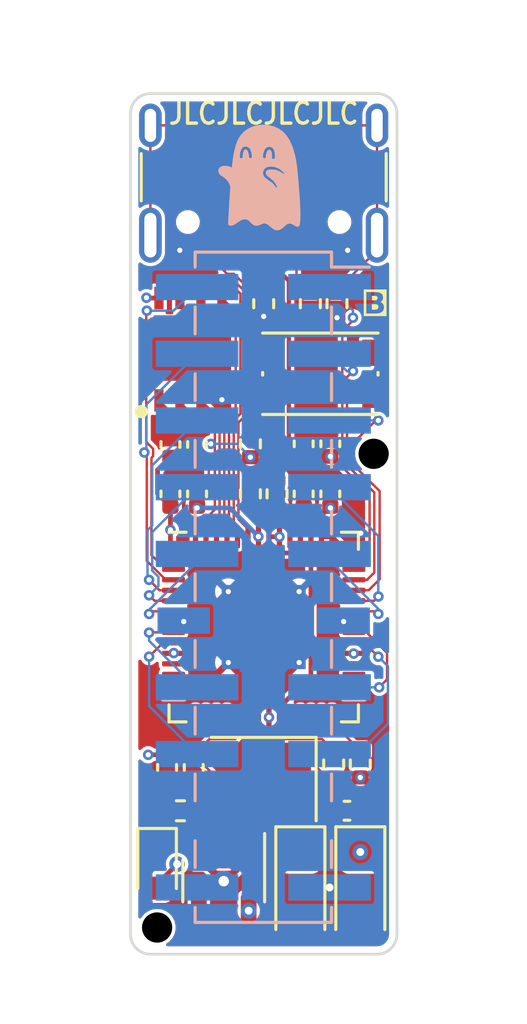
<source format=kicad_pcb>
(kicad_pcb (version 20221018) (generator pcbnew)
  (layers (0 "F.Cu" signal) (1 "In1.Cu" signal) (2 "In2.Cu" signal) (31 "B.Cu" signal) (34 "B.Paste" user) (35 "F.Paste" user) (36 "B.SilkS" user "B.Silkscreen") (37 "F.SilkS" user "F.Silkscreen") (38 "B.Mask" user) (39 "F.Mask" user) (44 "Edge.Cuts" user))
  (net 0 "")
  (net 1 "+1V1")
  (net 2 "GND")
  (net 3 "+3V3")
  (net 4 "/XIN")
  (net 5 "Net-(C19-Pad1)")
  (net 6 "Net-(D3-K)")
  (net 7 "/USB_D-")
  (net 8 "/USB_D+")
  (net 9 "Net-(J1-CC1)")
  (net 11 "Net-(J1-CC2)")
  (net 13 "Net-(J1-SHIELD)")
  (net 14 "/QSPI_SS")
  (net 15 "Net-(R7-Pad2)")
  (net 16 "/RUN")
  (net 17 "/XOUT")
  (net 18 "/GPIO0")
  (net 19 "/GPIO1")
  (net 20 "/GPIO2")
  (net 21 "/GPIO3")
  (net 22 "/GPIO4")
  (net 23 "/GPIO5")
  (net 24 "/GPIO6")
  (net 25 "/GPIO7")
  (net 26 "/GPIO8")
  (net 27 "/GPIO9")
  (net 28 "/GPIO10")
  (net 29 "/GPIO11")
  (net 30 "/GPIO12")
  (net 31 "/GPIO13")
  (net 32 "/GPIO14")
  (net 33 "/GPIO15")
  (net 34 "/SWCLK")
  (net 35 "/SWD")
  (net 36 "/GPIO16")
  (net 37 "/GPIO17")
  (net 38 "/GPIO18")
  (net 39 "/GPIO19")
  (net 40 "/GPIO20")
  (net 41 "/GPIO21")
  (net 42 "/GPIO22")
  (net 43 "/GPIO23")
  (net 44 "/GPIO24")
  (net 45 "/GPIO25")
  (net 46 "/GPIO26_ADC0")
  (net 47 "/GPIO27_ADC1")
  (net 48 "/GPIO28_ADC2")
  (net 49 "/GPIO29_ADC3")
  (net 50 "/QSPI_SD3")
  (net 51 "/QSPI_SCLK")
  (net 52 "/QSPI_SD0")
  (net 53 "/QSPI_SD2")
  (net 54 "/QSPI_SD1")
  (net 55 "VDD")
  (net 58 "Net-(U2-USB_DP)")
  (net 59 "Net-(U2-USB_DM)")
  (net 61 "Net-(J1-VBUS-PadA4)")
  (footprint "Capacitor_Tantalum_SMD:CP_EIA-3216-18_Kemet-A" (layer "F.Cu") (at 103.124 63.881 -90)
    (fp_text reference "C10" hide)
    (fp_text value "10u tantalum")
  )
  (footprint "Resistor_SMD:R_0402_1005Metric" (layer "F.Cu") (at 102.235 48.893 -90)
    (fp_text reference "R5" hide)
    (fp_text value "22")
  )
  (footprint "Capacitor_SMD:C_0402_1005Metric" (layer "F.Cu") (at 103.251 48.895 90)
    (fp_text reference "C12" hide)
    (fp_text value "1u")
  )
  (footprint "Capacitor_SMD:C_0402_1005Metric" (layer "F.Cu") (at 98.171 47.0154 90)
    (fp_text reference "C5" hide)
    (fp_text value "100n")
  )
  (footprint "Capacitor_SMD:C_0402_1005Metric" (layer "F.Cu") (at 99.06 59.309 -90)
    (fp_text reference "C18" hide)
    (fp_text value "27p")
  )
  (footprint "Package_TO_SOT_SMD:SOT-23-5" (layer "F.Cu") (at 100.203 63.627 -90)
    (fp_text reference "U1" hide)
    (fp_text value "AP2204K-3.3")
  )
  (footprint "Resistor_SMD:R_0402_1005Metric" (layer "F.Cu") (at 101.219 48.893 -90)
    (fp_text reference "R3" hide)
    (fp_text value "22")
  )
  (footprint "Resistor_SMD:R_0402_1005Metric" (layer "F.Cu") (at 101.727 41.656 -90)
    (fp_text reference "R2" hide)
    (fp_text value "5k1")
  )
  (footprint "Package_DFN_QFN:QFN-56-1EP_7x7mm_P0.4mm_EP3.2x3.2mm_ThermalVias" (layer "F.Cu") (at 101.727 53.9665)
    (fp_text reference "U2" hide)
    (fp_text value "RP2040")
  )
  (footprint "Pale Slim Ghost:SW_Push_1P1T_NO_CK_KMR2" (layer "F.Cu") (at 103.886 44.323)
    (fp_text reference "SW1" hide)
    (fp_text value "SW_Push")
  )
  (footprint "Capacitor_Tantalum_SMD:CP_EIA-3216-18_Kemet-A" (layer "F.Cu") (at 105.41 63.881 -90)
    (fp_text reference "C11" hide)
    (fp_text value "10u tantalum")
  )
  (footprint "Resistor_SMD:R_0402_1005Metric" (layer "F.Cu") (at 104.521 41.656 -90)
    (fp_text reference "R4" hide)
    (fp_text value "1M")
  )
  (footprint "Pale Slim Ghost:hole JLCPCB tooling" (layer "F.Cu") (at 97.663 65.405)
    (fp_text reference "H1" hide)
    (fp_text value "MountingHole")
  )
  (footprint "Capacitor_SMD:C_0402_1005Metric" (layer "F.Cu") (at 98.171 48.895 90)
    (fp_text reference "C3" hide)
    (fp_text value "100n")
  )
  (footprint "Resistor_SMD:R_0402_1005Metric" (layer "F.Cu") (at 105.41 59.182 90)
    (fp_text reference "R8" hide)
    (fp_text value "10k")
  )
  (footprint "Capacitor_SMD:C_0402_1005Metric" (layer "F.Cu") (at 104.267 48.895 90)
    (fp_text reference "C13" hide)
    (fp_text value "1u")
  )
  (footprint "Capacitor_SMD:C_0402_1005Metric" (layer "F.Cu") (at 99.187 48.895 90)
    (fp_text reference "C1" hide)
    (fp_text value "100n")
  )
  (footprint "Capacitor_SMD:C_0402_1005Metric" (layer "F.Cu") (at 98.044 59.309 -90)
    (fp_text reference "C4" hide)
    (fp_text value "100n")
  )
  (footprint "Pale Slim Ghost:hole JLCPCB tooling" (layer "F.Cu") (at 105.918 47.371)
    (fp_text reference "H2" hide)
    (fp_text value "MountingHole")
  )
  (footprint "Capacitor_SMD:C_0402_1005Metric" (layer "F.Cu") (at 104.267 46.99 90)
    (fp_text reference "C6" hide)
    (fp_text value "100n")
  )
  (footprint "Resistor_SMD:R_0402_1005Metric" (layer "F.Cu") (at 101.219 46.99 90)
    (fp_text reference "R7" hide)
    (fp_text value "1k")
  )
  (footprint "Crystal:Crystal_SMD_3225-4Pin_3.2x2.5mm" (layer "F.Cu") (at 101.727 59.817 180)
    (fp_text reference "Y1" hide)
    (fp_text value "Crystal_GND24")
  )
  (footprint "Resistor_SMD:R_0402_1005Metric" (layer "F.Cu") (at 104.394 59.182 -90)
    (fp_text reference "R9" hide)
    (fp_text value "1k")
  )
  (footprint "Pale Slim Ghost:SON80P400X400X50-9N" (layer "F.Cu") (at 98.933 43.389 90)
    (fp_text reference "U3" hide)
    (fp_text value "W25Q128JVS" hide)
  )
  (footprint "Connector_USB:USB_C_Receptacle_GCT_USB4105-xx-A_16P_TopMnt_Horizontal" (layer "F.Cu") (at 101.727 35.941 180)
    (fp_text reference "J1" hide)
    (fp_text value "USB_C_Receptacle_USB2.0")
  )
  (footprint "Capacitor_SMD:C_0402_1005Metric" (layer "F.Cu") (at 99.187 47.0154 90)
    (fp_text reference "C2" hide)
    (fp_text value "100n")
  )
  (footprint "Resistor_SMD:R_0402_1005Metric" (layer "F.Cu") (at 98.552 60.96 180)
    (fp_text reference "R10" hide)
    (fp_text value "330")
  )
  (footprint "Capacitor_SMD:C_0402_1005Metric" (layer "F.Cu") (at 103.251 46.99 90)
    (fp_text reference "C7" hide)
    (fp_text value "100n")
  )
  (footprint "Resistor_SMD:R_0402_1005Metric" (layer "F.Cu") (at 103.505 41.656 -90)
    (fp_text reference "R1" hide)
    (fp_text value "5k1")
  )
  (footprint "LED_SMD:LED_0603_1608Metric" (layer "F.Cu") (at 97.663 63.119 -90)
    (fp_text reference "D3" hide)
    (fp_text value "LED")
  )
  (footprint "Capacitor_SMD:C_0402_1005Metric" (layer "F.Cu") (at 104.902 60.96)
    (fp_text reference "C19" hide)
    (fp_text value "27p")
  )
  (footprint "Connector_PinHeader_2.54mm:PinHeader_2x10_P2.54mm_Vertical_SMD" (layer "B.Cu") (at 101.712 52.451 180)
    (fp_text reference "J2" hide)
    (fp_text value "Conn_02x10_Odd_Even")
  )
  (gr_poly (pts (xy 101.625466 34.870202) (xy 101.521297 34.882503) (xy 101.469767 34.892074) (xy 101.418763 34.903934) (xy 101.368401 34.918093) (xy 101.318797 34.934557) (xy 101.270067 34.953335) (xy 101.222327 34.974433) (xy 101.175695 34.99786) (xy 101.130287 35.023623) (xy 101.086218 35.051729) (xy 101.043606 35.082187) (xy 100.991738 35.124667) (xy 100.944221 35.170177) (xy 100.900814 35.218488) (xy 100.861274 35.26937) (xy 100.82536 35.322593) (xy 100.792831 35.377926) (xy 100.763445 35.43514) (xy 100.73696 35.494004) (xy 100.713135 35.554289) (xy 100.691728 35.615765) (xy 100.672497 35.678201) (xy 100.655202 35.741369) (xy 100.639599 35.805037) (xy 100.625448 35.868975) (xy 100.600535 35.996745) (xy 100.590219 36.056598) (xy 100.580924 36.116633) (xy 100.572505 36.176814) (xy 100.564816 36.237106) (xy 100.551049 36.357877) (xy 100.538463 36.478657) (xy 100.537203 36.490544) (xy 100.536096 36.500331) (xy 100.535132 36.508203) (xy 100.5343 36.514343) (xy 100.533592 36.518935) (xy 100.532997 36.522164) (xy 100.532505 36.524212) (xy 100.532295 36.524851) (xy 100.532107 36.525264) (xy 100.53194 36.525474) (xy 100.531792 36.525503) (xy 100.531663 36.525376) (xy 100.531552 36.525115) (xy 100.531375 36.524281) (xy 100.531253 36.523187) (xy 100.531108 36.519879) (xy 100.526432 36.515793) (xy 100.512242 36.505098) (xy 100.501505 36.498004) (xy 100.488298 36.490138) (xy 100.472593 36.481792) (xy 100.454359 36.47326) (xy 100.433565 36.464834) (xy 100.410182 36.456808) (xy 100.38418 36.449476) (xy 100.355528 36.443129) (xy 100.324196 36.438061) (xy 100.290154 36.434566) (xy 100.253372 36.432937) (xy 100.21382 36.433467) (xy 100.193866 36.434953) (xy 100.174961 36.437662) (xy 100.157115 36.441534) (xy 100.140336 36.446503) (xy 100.124637 36.452509) (xy 100.110026 36.459488) (xy 100.096514 36.467378) (xy 100.084111 36.476117) (xy 100.072827 36.485641) (xy 100.062672 36.495889) (xy 100.053657 36.506797) (xy 100.045792 36.518303) (xy 100.039087 36.530344) (xy 100.033551 36.542858) (xy 100.029196 36.555783) (xy 100.026031 36.569055) (xy 100.024066 36.582613) (xy 100.023312 36.596393) (xy 100.023779 36.610333) (xy 100.025477 36.62437) (xy 100.028416 36.638442) (xy 100.032606 36.652487) (xy 100.038057 36.666441) (xy 100.04478 36.680242) (xy 100.052785 36.693828) (xy 100.062081 36.707135) (xy 100.072679 36.720102) (xy 100.08459 36.732666) (xy 100.097823 36.744764) (xy 100.112388 36.756333) (xy 100.128296 36.767312) (xy 100.145557 36.777636) (xy 100.177464 36.796431) (xy 100.208213 36.816658) (xy 100.237738 36.838246) (xy 100.265971 36.861122) (xy 100.292847 36.885215) (xy 100.318298 36.910451) (xy 100.342257 36.93676) (xy 100.364657 36.964068) (xy 100.385432 36.992304) (xy 100.404514 37.021395) (xy 100.421838 37.051269) (xy 100.437335 37.081855) (xy 100.450939 37.113078) (xy 100.462584 37.144869) (xy 100.472201 37.177153) (xy 100.479726 37.20986) (xy 100.445991 37.712578) (xy 100.418045 38.168168) (xy 100.400765 38.500468) (xy 100.397649 38.596584) (xy 100.397738 38.622969) (xy 100.399028 38.633318) (xy 100.405902 38.639613) (xy 100.413191 38.645017) (xy 100.420865 38.649566) (xy 100.428895 38.653296) (xy 100.437252 38.656243) (xy 100.445909 38.658441) (xy 100.454835 38.659926) (xy 100.464002 38.660735) (xy 100.473381 38.660902) (xy 100.482943 38.660464) (xy 100.49266 38.659456) (xy 100.502502 38.657913) (xy 100.51244 38.655871) (xy 100.522446 38.653367) (xy 100.542545 38.64711) (xy 100.562567 38.639427) (xy 100.582282 38.630604) (xy 100.601459 38.620924) (xy 100.619866 38.610674) (xy 100.637273 38.600138) (xy 100.653448 38.5896) (xy 100.668161 38.579345) (xy 100.68118 38.569659) (xy 100.720819 38.539628) (xy 100.764554 38.508759) (xy 100.78782 38.493703) (xy 100.811946 38.479268) (xy 100.836877 38.465733) (xy 100.862558 38.453375) (xy 100.888934 38.44247) (xy 100.91595 38.433295) (xy 100.943552 38.426129) (xy 100.957555 38.423385) (xy 100.971685 38.421248) (xy 100.985933 38.419751) (xy 101.000293 38.418929) (xy 101.014759 38.418817) (xy 101.029323 38.41945) (xy 101.043978 38.420861) (xy 101.058719 38.423087) (xy 101.073537 38.426161) (xy 101.088426 38.430118) (xy 101.101833 38.434608) (xy 101.114734 38.439946) (xy 101.127168 38.446065) (xy 101.139173 38.452897) (xy 101.150789 38.460376) (xy 101.162052 38.468434) (xy 101.173003 38.477003) (xy 101.183679 38.486016) (xy 101.204363 38.505106) (xy 101.22441 38.525165) (xy 101.263832 38.566035) (xy 101.283822 38.585768) (xy 101.304409 38.604314) (xy 101.315023 38.612974) (xy 101.325901 38.621136) (xy 101.337083 38.628732) (xy 101.348607 38.635694) (xy 101.360512 38.641956) (xy 101.372835 38.647451) (xy 101.385616 38.652109) (xy 101.398893 38.655866) (xy 101.412705 38.658652) (xy 101.427089 38.660401) (xy 101.442085 38.661045) (xy 101.457732 38.660517) (xy 101.474347 38.658931) (xy 101.490378 38.656615) (xy 101.505864 38.653644) (xy 101.520845 38.650097) (xy 101.535362 38.646048) (xy 101.549455 38.641575) (xy 101.57653 38.631661) (xy 101.627365 38.610106) (xy 101.651769 38.599687) (xy 101.675927 38.590323) (xy 101.700161 38.582627) (xy 101.712407 38.579595) (xy 101.724794 38.577209) (xy 101.73736 38.575545) (xy 101.750147 38.574681) (xy 101.763195 38.574692) (xy 101.776544 38.575656) (xy 101.790234 38.577647) (xy 101.804305 38.580744) (xy 101.818799 38.585022) (xy 101.833754 38.590558) (xy 101.849212 38.597428) (xy 101.865213 38.605709) (xy 101.881797 38.615477) (xy 101.899004 38.626809) (xy 101.930141 38.649532) (xy 101.959903 38.673124) (xy 102.016414 38.720715) (xy 102.04372 38.743616) (xy 102.070764 38.765188) (xy 102.097826 38.784882) (xy 102.125183 38.802149) (xy 102.139059 38.8097) (xy 102.153114 38.816439) (xy 102.167382 38.822296) (xy 102.181898 38.827203) (xy 102.196697 38.831092) (xy 102.211813 38.833892) (xy 102.227283 38.835537) (xy 102.243139 38.835957) (xy 102.259417 38.835084) (xy 102.276153 38.832849) (xy 102.29338 38.829183) (xy 102.311134 38.824017) (xy 102.329449 38.817284) (xy 102.348361 38.808913) (xy 102.367904 38.798838) (xy 102.388112 38.786988) (xy 102.401009 38.77866) (xy 102.413526 38.769963) (xy 102.437561 38.751661) (xy 102.460486 38.732484) (xy 102.482572 38.712837) (xy 102.525306 38.673743) (xy 102.546494 38.655103) (xy 102.567923 38.637604) (xy 102.589863 38.621651) (xy 102.601109 38.614381) (xy 102.612584 38.607647) (xy 102.624322 38.601502) (xy 102.636357 38.595995) (xy 102.648721 38.591176) (xy 102.66145 38.587097) (xy 102.674577 38.583807) (xy 102.688135 38.581358) (xy 102.702158 38.579799) (xy 102.716681 38.57918) (xy 102.731736 38.579553) (xy 102.747358 38.580967) (xy 102.76358 38.583473) (xy 102.780437 38.587122) (xy 102.785752 38.58873) (xy 102.791737 38.59106) (xy 102.805533 38.597634) (xy 102.821462 38.606338) (xy 102.839161 38.616666) (xy 102.878414 38.640168) (xy 102.899242 38.652329) (xy 102.920388 38.664089) (xy 102.941488 38.674941) (xy 102.962178 38.684379) (xy 102.982097 38.691896) (xy 102.991653 38.694776) (xy 103.000881 38.696987) (xy 103.009733 38.698464) (xy 103.018166 38.699144) (xy 103.026134 38.698964) (xy 103.03359 38.697862) (xy 103.040491 38.695773) (xy 103.04679 38.692634) (xy 103.052442 38.688382) (xy 103.057402 38.682954) (xy 103.071323 38.654989) (xy 103.082486 38.611807) (xy 103.091012 38.554231) (xy 103.09702 38.483084) (xy 103.101965 38.303368) (xy 103.09828 38.079241) (xy 103.086926 37.817287) (xy 103.068862 37.524089) (xy 103.016445 36.870294) (xy 102.999447 36.688345) (xy 102.542642 36.688345) (xy 102.486535 36.74845) (xy 102.479788 36.741696) (xy 102.471883 36.734531) (xy 102.462888 36.727011) (xy 102.452874 36.719191) (xy 102.441909 36.711126) (xy 102.430062 36.702874) (xy 102.403996 36.686027) (xy 102.37523 36.669097) (xy 102.344313 36.65253) (xy 102.328221 36.644523) (xy 102.311798 36.636774) (xy 102.295113 36.629338) (xy 102.278235 36.622273) (xy 102.220544 36.598995) (xy 102.207875 36.594421) (xy 102.195231 36.590317) (xy 102.182276 36.58667) (xy 102.16867 36.583465) (xy 102.154078 36.58069) (xy 102.138161 36.578329) (xy 102.120581 36.57637) (xy 102.101 36.574798) (xy 102.079082 36.573599) (xy 102.054487 36.57276) (xy 101.995921 36.572106) (xy 101.980089 36.572357) (xy 101.965318 36.573095) (xy 101.95157 36.574291) (xy 101.93881 36.575919) (xy 101.927 36.577953) (xy 101.916104 36.580366) (xy 101.906085 36.58313) (xy 101.896907 36.586219) (xy 101.888533 36.589607) (xy 101.880927 36.593266) (xy 101.874052 36.597171) (xy 101.867871 36.601293) (xy 101.862348 36.605607) (xy 101.857447 36.610085) (xy 101.853131 36.614701) (xy 101.849362 36.619428) (xy 101.846106 36.62424) (xy 101.843324 36.629109) (xy 101.840982 36.634009) (xy 101.839041 36.638913) (xy 101.837465 36.643795) (xy 101.836218 36.648627) (xy 101.835264 36.653383) (xy 101.834565 36.658036) (xy 101.833789 36.666926) (xy 101.833596 36.675084) (xy 101.833793 36.688345) (xy 101.833914 36.691116) (xy 101.834269 36.694026) (xy 101.834851 36.697064) (xy 101.835651 36.700221) (xy 101.837871 36.706852) (xy 101.840861 36.713842) (xy 101.844551 36.721112) (xy 101.848874 36.728585) (xy 101.853761 36.736183) (xy 101.859143 36.743829) (xy 101.864952 36.751444) (xy 101.871121 36.758951) (xy 101.877579 36.766272) (xy 101.884259 36.77333) (xy 101.891093 36.780046) (xy 101.898012 36.786343) (xy 101.904947 36.792144) (xy 101.91183 36.79737) (xy 101.937866 36.816031) (xy 101.951002 36.825601) (xy 101.965191 36.836201) (xy 101.981162 36.848486) (xy 101.999645 36.863108) (xy 102.021371 36.880721) (xy 102.047069 36.901978) (xy 102.060657 36.913619) (xy 102.073515 36.925228) (xy 102.085674 36.936781) (xy 102.097165 36.948252) (xy 102.108019 36.959617) (xy 102.118266 36.970851) (xy 102.12794 36.981929) (xy 102.137069 36.992827) (xy 102.145687 37.00352) (xy 102.153823 37.013983) (xy 102.168775 37.034119) (xy 102.182176 37.053039) (xy 102.194273 37.070544) (xy 102.202205 37.082731) (xy 102.210628 37.096983) (xy 102.219541 37.1133) (xy 102.228945 37.131681) (xy 102.23884 37.152128) (xy 102.249226 37.174639) (xy 102.260103 37.199216) (xy 102.271471 37.225857) (xy 102.201652 37.270489) (xy 102.155872 37.212038) (xy 102.108344 37.151814) (xy 102.091266 37.130489) (xy 102.075807 37.11195) (xy 102.068435 37.103539) (xy 102.061171 37.095602) (xy 102.053915 37.088064) (xy 102.046567 37.080851) (xy 102.039028 37.073889) (xy 102.0312 37.067102) (xy 102.022983 37.060418) (xy 102.014278 37.053762) (xy 102.004986 37.047059) (xy 101.995008 37.040234) (xy 101.984244 37.033215) (xy 101.972596 37.025926) (xy 101.947611 37.010323) (xy 101.921467 36.99345) (xy 101.89463 36.975524) (xy 101.867572 36.956764) (xy 101.840761 36.937386) (xy 101.814666 36.917606) (xy 101.789756 36.897643) (xy 101.766502 36.877713) (xy 101.761011 36.872604) (xy 101.755676 36.867211) (xy 101.745478 36.855653) (xy 101.735916 36.843196) (xy 101.727 36.83) (xy 101.718742 36.816224) (xy 101.711149 36.802026) (xy 101.704233 36.787566) (xy 101.698003 36.773002) (xy 101.692469 36.758493) (xy 101.68764 36.744198) (xy 101.683528 36.730276) (xy 101.680141 36.716885) (xy 101.677489 36.704185) (xy 101.675583 36.692335) (xy 101.674432 36.681492) (xy 101.674046 36.671816) (xy 101.674422 36.662266) (xy 101.675568 36.651767) (xy 101.677511 36.640434) (xy 101.680276 36.628377) (xy 101.68389 36.61571) (xy 101.68838 36.602544) (xy 101.693772 36.588993) (xy 101.700091 36.575169) (xy 101.707366 36.561184) (xy 101.715621 36.547151) (xy 101.724883 36.533181) (xy 101.735179 36.519388) (xy 101.746535 36.505885) (xy 101.758977 36.492782) (xy 101.772532 36.480193) (xy 101.779735 36.474127) (xy 101.787226 36.468231) (xy 101.79942 36.459557) (xy 101.811893 36.451795) (xy 101.824568 36.444895) (xy 101.837367 36.438809) (xy 101.850215 36.433488) (xy 101.863033 36.428885) (xy 101.875744 36.42495) (xy 101.888271 36.421635) (xy 101.900537 36.418892) (xy 101.912464 36.416672) (xy 101.923976 36.414926) (xy 101.934994 36.413607) (xy 101.945443 36.412665) (xy 101.955244 36.412052) (xy 101.972596 36.41162) (xy 102.001113 36.411959) (xy 102.027739 36.412949) (xy 102.052609 36.414554) (xy 102.07586 36.416737) (xy 102.097628 36.41946) (xy 102.118049 36.422687) (xy 102.137261 36.426381) (xy 102.155399 36.430504) (xy 102.1726 36.435019) (xy 102.189001 36.43989) (xy 102.204738 36.445079) (xy 102.219947 36.450549) (xy 102.249328 36.462185) (xy 102.278235 36.4745) (xy 102.293345 36.48162) (xy 102.309513 36.490316) (xy 102.326553 36.50043) (xy 102.34428 36.511801) (xy 102.362507 36.524272) (xy 102.381046 36.537681) (xy 102.399712 36.55187) (xy 102.418319 36.566679) (xy 102.436679 36.581948) (xy 102.454606 36.597519) (xy 102.471914 36.613232) (xy 102.488417 36.628928) (xy 102.503927 36.644446) (xy 102.518259 36.659628) (xy 102.531226 36.674314) (xy 102.542642 36.688345) (xy 102.999447 36.688345) (xy 102.997192 36.664201) (xy 102.973228 36.449968) (xy 102.958486 36.341152) (xy 102.941372 36.231923) (xy 102.92149 36.122823) (xy 102.902983 36.035761) (xy 102.178261 36.035761) (xy 102.177548 36.065432) (xy 102.175962 36.095087) (xy 102.175584 36.099155) (xy 102.175006 36.103156) (xy 102.174235 36.107086) (xy 102.173275 36.110939) (xy 102.172132 36.11471) (xy 102.170811 36.118396) (xy 102.169317 36.121992) (xy 102.167656 36.125492) (xy 102.165833 36.128893) (xy 102.163853 36.13219) (xy 102.161722 36.135377) (xy 102.159445 36.138451) (xy 102.157028 36.141407) (xy 102.154474 36.14424) (xy 102.151791 36.146945) (xy 102.148983 36.149519) (xy 102.146056 36.151955) (xy 102.143014 36.15425) (xy 102.139863 36.156399) (xy 102.136609 36.158397) (xy 102.133257 36.16024) (xy 102.129812 36.161923) (xy 102.126279 36.163441) (xy 102.122663 36.16479) (xy 102.118971 36.165965) (xy 102.115207 36.166961) (xy 102.111377 36.167775) (xy 102.107486 36.1684) (xy 102.103539 36.168833) (xy 102.099542 36.169069) (xy 102.095499 36.169103) (xy 102.091417 36.168931) (xy 102.087349 36.168552) (xy 102.083347 36.167975) (xy 102.079418 36.167203) (xy 102.075565 36.166243) (xy 102.071793 36.1651) (xy 102.068107 36.163779) (xy 102.064512 36.162285) (xy 102.061011 36.160624) (xy 102.05761 36.158801) (xy 102.054314 36.156822) (xy 102.051126 36.154691) (xy 102.048052 36.152414) (xy 102.045097 36.149996) (xy 102.042264 36.147443) (xy 102.039558 36.14476) (xy 102.036985 36.141952) (xy 102.034549 36.139024) (xy 102.032254 36.135982) (xy 102.030105 36.132832) (xy 102.028107 36.129578) (xy 102.026264 36.126225) (xy 102.024581 36.12278) (xy 102.023063 36.119247) (xy 102.021714 36.115632) (xy 102.020539 36.11194) (xy 102.019542 36.108176) (xy 102.018729 36.104346) (xy 102.018104 36.100455) (xy 102.017671 36.096508) (xy 102.017435 36.09251) (xy 102.017401 36.088468) (xy 102.017573 36.084386) (xy 102.018988 36.057319) (xy 102.019532 36.031124) (xy 102.019221 36.005912) (xy 102.018073 35.981793) (xy 102.016105 35.958879) (xy 102.014818 35.947908) (xy 102.013332 35.93728) (xy 102.011649 35.927008) (xy 102.009772 35.917107) (xy 102.007702 35.90759) (xy 102.005442 35.898471) (xy 102.002993 35.889765) (xy 102.000358 35.881484) (xy 101.997538 35.873642) (xy 101.994537 35.866255) (xy 101.991355 35.859334) (xy 101.987996 35.852895) (xy 101.98446 35.846951) (xy 101.980751 35.841516) (xy 101.97687 35.836604) (xy 101.972819 35.832229) (xy 101.968601 35.828404) (xy 101.964218 35.825143) (xy 101.959671 35.822461) (xy 101.954963 35.820371) (xy 101.950095 35.818887) (xy 101.945071 35.818023) (xy 101.93981 35.817832) (xy 101.934557 35.818381) (xy 101.929322 35.819644) (xy 101.924117 35.821598) (xy 101.918951 35.824222) (xy 101.913835 35.82749) (xy 101.90878 35.831381) (xy 101.903795 35.835871) (xy 101.894079 35.846556) (xy 101.88477 35.859357) (xy 101.875953 35.874091) (xy 101.867711 35.890571) (xy 101.860126 35.908613) (xy 101.853282 35.928029) (xy 101.847262 35.948636) (xy 101.84215 35.970247) (xy 101.83803 35.992676) (xy 101.834983 36.015739) (xy 101.833094 36.039249) (xy 101.832446 36.063021) (xy 101.832342 36.067106) (xy 101.832036 36.071137) (xy 101.831531 36.075109) (xy 101.830833 36.079018) (xy 101.829947 36.082858) (xy 101.828877 36.086625) (xy 101.827629 36.090313) (xy 101.826208 36.093918) (xy 101.824618 36.097434) (xy 101.822866 36.100856) (xy 101.820954 36.10418) (xy 101.81889 36.107401) (xy 101.816677 36.110513) (xy 101.81432 36.113511) (xy 101.811826 36.116391) (xy 101.809197 36.119148) (xy 101.806441 36.121776) (xy 101.803561 36.124271) (xy 101.800562 36.126627) (xy 101.79745 36.12884) (xy 101.79423 36.130905) (xy 101.790906 36.132816) (xy 101.787483 36.134569) (xy 101.783967 36.136159) (xy 101.780363 36.13758) (xy 101.776674 36.138828) (xy 101.772908 36.139897) (xy 101.769068 36.140784) (xy 101.765159 36.141482) (xy 101.761186 36.141987) (xy 101.757155 36.142293) (xy 101.753071 36.142396) (xy 101.748986 36.142293) (xy 101.744955 36.141987) (xy 101.740983 36.141482) (xy 101.737074 36.140784) (xy 101.733234 36.139897) (xy 101.729467 36.138828) (xy 101.725779 36.13758) (xy 101.722174 36.136159) (xy 101.718658 36.134569) (xy 101.715236 36.132816) (xy 101.711912 36.130905) (xy 101.708691 36.12884) (xy 101.705579 36.126627) (xy 101.702581 36.124271) (xy 101.699701 36.121776) (xy 101.696944 36.119148) (xy 101.694316 36.116391) (xy 101.691821 36.113511) (xy 101.689465 36.110513) (xy 101.687252 36.107401) (xy 101.685187 36.10418) (xy 101.683276 36.100856) (xy 101.681523 36.097434) (xy 101.679933 36.093918) (xy 101.678512 36.090313) (xy 101.677264 36.086625) (xy 101.676195 36.082858) (xy 101.675308 36.079018) (xy 101.67461 36.075109) (xy 101.674105 36.071137) (xy 101.673799 36.067106) (xy 101.673696 36.063021) (xy 101.673752 36.061064) (xy 101.30009 36.061064) (xy 101.300011 36.065106) (xy 101.299731 36.0691) (xy 101.299254 36.073042) (xy 101.298586 36.076926) (xy 101.29773 36.080747) (xy 101.296692 36.0845) (xy 101.295476 36.088179) (xy 101.294087 36.091779) (xy 101.29253 36.095294) (xy 101.290809 36.098721) (xy 101.288929 36.102053) (xy 101.286895 36.105284) (xy 101.284711 36.108411) (xy 101.282383 36.111427) (xy 101.279914 36.114327) (xy 101.27731 36.117107) (xy 101.274575 36.11976) (xy 101.271714 36.122281) (xy 101.268731 36.124666) (xy 101.265632 36.126909) (xy 101.262421 36.129004) (xy 101.259103 36.130947) (xy 101.255682 36.132732) (xy 101.252163 36.134354) (xy 101.248552 36.135808) (xy 101.244851 36.137088) (xy 101.241067 36.13819) (xy 101.237204 36.139107) (xy 101.233266 36.139835) (xy 101.229259 36.140368) (xy 101.225186 36.140701) (xy 101.221102 36.140828) (xy 101.217061 36.140749) (xy 101.213066 36.140469) (xy 101.209124 36.139992) (xy 101.20524 36.139324) (xy 101.201419 36.138468) (xy 101.197667 36.13743) (xy 101.193988 36.136214) (xy 101.190388 36.134825) (xy 101.186872 36.133268) (xy 101.183445 36.131547) (xy 101.180114 36.129667) (xy 101.176882 36.127633) (xy 101.173755 36.125449) (xy 101.170739 36.12312) (xy 101.167839 36.120652) (xy 101.16506 36.118047) (xy 101.162407 36.115312) (xy 101.159885 36.112451) (xy 101.1575 36.109469) (xy 101.155257 36.10637) (xy 101.153162 36.103159) (xy 101.151219 36.099841) (xy 101.149434 36.09642) (xy 101.147812 36.092901) (xy 101.146358 36.089289) (xy 101.145078 36.085589) (xy 101.143977 36.081805) (xy 101.143059 36.077941) (xy 101.142332 36.074004) (xy 101.141799 36.069996) (xy 101.141465 36.065924) (xy 101.140562 36.051964) (xy 101.139445 36.038249) (xy 101.13812 36.024794) (xy 101.136591 36.011611) (xy 101.134865 35.998713) (xy 101.132947 35.986114) (xy 101.130841 35.973828) (xy 101.128553 35.961867) (xy 101.12609 35.950245) (xy 101.123455 35.938976) (xy 101.120654 35.928072) (xy 101.117694 35.917547) (xy 101.114578 35.907414) (xy 101.111313 35.897686) (xy 101.107903 35.888377) (xy 101.104354 35.879501) (xy 101.100672 35.87107) (xy 101.096861 35.863098) (xy 101.092928 35.855598) (xy 101.088877 35.848583) (xy 101.084714 35.842067) (xy 101.080444 35.836064) (xy 101.076072 35.830585) (xy 101.071604 35.825646) (xy 101.067046 35.821258) (xy 101.062402 35.817436) (xy 101.057677 35.814193) (xy 101.052878 35.811541) (xy 101.04801 35.809495) (xy 101.043077 35.808068) (xy 101.038086 35.807273) (xy 101.033041 35.807123) (xy 101.028748 35.807683) (xy 101.024485 35.809042) (xy 101.02026 35.811168) (xy 101.016082 35.814028) (xy 101.011957 35.817592) (xy 101.007893 35.821826) (xy 100.999981 35.832178) (xy 100.992406 35.84483) (xy 100.98523 35.859526) (xy 100.978514 35.87601) (xy 100.97232 35.894027) (xy 100.96671 35.913319) (xy 100.961745 35.933633) (xy 100.957487 35.954711) (xy 100.953996 35.976299) (xy 100.951335 35.99814) (xy 100.949565 36.019979) (xy 100.948747 36.041559) (xy 100.948943 36.062626) (xy 100.948983 36.066712) (xy 100.948817 36.070751) (xy 100.948451 36.074739) (xy 100.94789 36.07867) (xy 100.947138 36.082538) (xy 100.946201 36.08634) (xy 100.945082 36.090069) (xy 100.943788 36.093721) (xy 100.942322 36.097291) (xy 100.94069 36.100772) (xy 100.938895 36.104161) (xy 100.936944 36.107452) (xy 100.934841 36.110639) (xy 100.932591 36.113718) (xy 100.930198 36.116683) (xy 100.927668 36.11953) (xy 100.925005 36.122253) (xy 100.922213 36.124847) (xy 100.919299 36.127306) (xy 100.916266 36.129626) (xy 100.91312 36.131802) (xy 100.909864 36.133828) (xy 100.906505 36.1357) (xy 100.903047 36.137411) (xy 100.899494 36.138957) (xy 100.895852 36.140333) (xy 100.892125 36.141533) (xy 100.888318 36.142553) (xy 100.884436 36.143387) (xy 100.880483 36.14403) (xy 100.876466 36.144477) (xy 100.872387 36.144723) (xy 100.868301 36.144762) (xy 100.864262 36.144597) (xy 100.860274 36.144231) (xy 100.856344 36.14367) (xy 100.852475 36.142918) (xy 100.848673 36.14198) (xy 100.844944 36.140862) (xy 100.841292 36.139567) (xy 100.837722 36.138102) (xy 100.834241 36.136469) (xy 100.830852 36.134675) (xy 100.827562 36.132724) (xy 100.824374 36.130621) (xy 100.821295 36.128371) (xy 100.81833 36.125978) (xy 100.815483 36.123448) (xy 100.81276 36.120784) (xy 100.810167 36.117993) (xy 100.807707 36.115079) (xy 100.805387 36.112046) (xy 100.803211 36.108899) (xy 100.801185 36.105644) (xy 100.799313 36.102285) (xy 100.797602 36.098826) (xy 100.796056 36.095274) (xy 100.79468 36.091631) (xy 100.79348 36.087904) (xy 100.79246 36.084097) (xy 100.791626 36.080215) (xy 100.790983 36.076263) (xy 100.790536 36.072245) (xy 100.79029 36.068167) (xy 100.790096 36.045951) (xy 100.790967 36.021296) (xy 100.792908 35.994763) (xy 100.795921 35.966913) (xy 100.800009 35.938308) (xy 100.805175 35.909508) (xy 100.81142 35.881076) (xy 100.814949 35.867172) (xy 100.81875 35.853571) (xy 100.825721 35.831478) (xy 100.833421 35.810364) (xy 100.841866 35.790281) (xy 100.851075 35.771288) (xy 100.861064 35.753438) (xy 100.871851 35.736788) (xy 100.877549 35.72893) (xy 100.883454 35.721393) (xy 100.889567 35.714183) (xy 100.89589 35.707308) (xy 100.902427 35.700774) (xy 100.909178 35.694589) (xy 100.916146 35.68876) (xy 100.923334 35.683292) (xy 100.930744 35.678194) (xy 100.938377 35.673472) (xy 100.946236 35.669133) (xy 100.954324 35.665184) (xy 100.962641 35.661632) (xy 100.971192 35.658485) (xy 100.979977 35.655748) (xy 100.988999 35.653429) (xy 100.99826 35.651534) (xy 101.007763 35.650072) (xy 101.017509 35.649048) (xy 101.027501 35.648469) (xy 101.044431 35.648413) (xy 101.060733 35.649433) (xy 101.076416 35.651504) (xy 101.091487 35.654602) (xy 101.105956 35.6587) (xy 101.119831 35.663775) (xy 101.13312 35.669802) (xy 101.145833 35.676756) (xy 101.157976 35.684611) (xy 101.16956 35.693343) (xy 101.180593 35.702927) (xy 101.191082 35.713339) (xy 101.201037 35.724553) (xy 101.210466 35.736544) (xy 101.22778 35.76276) (xy 101.243093 35.791787) (xy 101.256472 35.823427) (xy 101.267986 35.857479) (xy 101.277703 35.893747) (xy 101.285691 35.932029) (xy 101.292019 35.972129) (xy 101.296753 36.013845) (xy 101.299963 36.05698) (xy 101.30009 36.061064) (xy 101.673752 36.061064) (xy 101.67483 36.023488) (xy 101.678232 35.984266) (xy 101.680782 35.96488) (xy 101.683897 35.9457) (xy 101.687577 35.92677) (xy 101.691823 35.908133) (xy 101.696632 35.889831) (xy 101.702006 35.871907) (xy 101.707943 35.854405) (xy 101.714443 35.837367) (xy 101.721506 35.820836) (xy 101.729131 35.804855) (xy 101.737318 35.789467) (xy 101.746066 35.774716) (xy 101.755376 35.760642) (xy 101.765246 35.747291) (xy 101.775677 35.734704) (xy 101.786667 35.722925) (xy 101.798217 35.711997) (xy 101.810326 35.701961) (xy 101.822994 35.692862) (xy 101.83622 35.684743) (xy 101.850004 35.677645) (xy 101.864345 35.671612) (xy 101.879243 35.666688) (xy 101.894698 35.662914) (xy 101.91071 35.660334) (xy 101.927277 35.658991) (xy 101.944399 35.658927) (xy 101.962077 35.660186) (xy 101.971981 35.661463) (xy 101.981632 35.663128) (xy 101.991031 35.665175) (xy 102.00018 35.667599) (xy 102.009079 35.670393) (xy 102.017731 35.673553) (xy 102.026138 35.677071) (xy 102.034299 35.680942) (xy 102.042217 35.685161) (xy 102.049894 35.689722) (xy 102.05733 35.694618) (xy 102.064528 35.699844) (xy 102.071489 35.705395) (xy 102.078214 35.711264) (xy 102.090962 35.723933) (xy 102.102784 35.737805) (xy 102.113693 35.752835) (xy 102.1237 35.768975) (xy 102.132816 35.786179) (xy 102.141054 35.8044) (xy 102.148426 35.823592) (xy 102.154942 35.843708) (xy 102.160615 35.864702) (xy 102.163714 35.87811) (xy 102.16649 35.891727) (xy 102.168951 35.905536) (xy 102.171105 35.91952) (xy 102.174525 35.947951) (xy 102.176815 35.976889) (xy 102.178039 36.006203) (xy 102.178261 36.035761) (xy 102.902983 36.035761) (xy 102.898441 36.014393) (xy 102.871827 35.907173) (xy 102.841251 35.801705) (xy 102.806316 35.698528) (xy 102.766622 35.598185) (xy 102.721773 35.501216) (xy 102.67137 35.408162) (xy 102.615016 35.319564) (xy 102.552313 35.235962) (xy 102.518668 35.197076) (xy 102.482989 35.160312) (xy 102.445391 35.125677) (xy 102.405991 35.093181) (xy 102.364905 35.06283) (xy 102.32225 35.034633) (xy 102.278142 35.008595) (xy 102.232698 34.984727) (xy 102.186033 34.963034) (xy 102.138264 34.943524) (xy 102.089508 34.926206) (xy 102.039881 34.911087) (xy 101.938478 34.887474) (xy 101.834988 34.872749) (xy 101.73034 34.866971)) (stroke (width 0.052916)) (fill solid) (layer "B.SilkS"))
  (gr_arc (start 106.807 65.659) (mid 106.583815 66.197815) (end 106.045 66.421) (stroke (width 0.1)) (layer "Edge.Cuts"))
  (gr_line (start 106.045 66.421) (end 97.409 66.421) (stroke (width 0.1)) (layer "Edge.Cuts"))
  (gr_arc (start 106.045 33.655) (mid 106.583815 33.878185) (end 106.807 34.417) (stroke (width 0.1)) (layer "Edge.Cuts"))
  (gr_line (start 106.807 34.417) (end 106.807 65.659) (stroke (width 0.1)) (layer "Edge.Cuts"))
  (gr_arc (start 97.409 66.421) (mid 96.870185 66.197815) (end 96.647 65.659) (stroke (width 0.1)) (layer "Edge.Cuts"))
  (gr_arc (start 96.647 34.417) (mid 96.870185 33.878185) (end 97.409 33.655) (stroke (width 0.1)) (layer "Edge.Cuts"))
  (gr_line (start 97.409 33.655) (end 106.045 33.655) (stroke (width 0.1)) (layer "Edge.Cuts"))
  (gr_line (start 96.647 65.659) (end 96.647 34.417) (stroke (width 0.1)) (layer "Edge.Cuts"))
  (gr_text "B" (at 105.537 42.164) (layer "F.SilkS" knockout) (effects (font (size 0.8 0.8) (thickness 0.2) bold) (justify left bottom)))
  (gr_text "JLCJLCJLCJLC" (at 101.727 34.417) (layer "F.SilkS") (effects (font (size 0.8 0.7) (thickness 0.13))))
  (segment (start 101.527 50.5238) (end 101.5238 50.5206) (width 0.18) (layer "F.Cu") (net 1))
  (segment (start 101.527 50.529) (end 101.527 50.5238) (width 0.18) (layer "F.Cu") (net 1))
  (segment (start 102.327 57.026598) (end 102.327 57.404) (width 0.18) (layer "F.Cu") (net 1))
  (segment (start 103.527 55.826598) (end 102.327 57.026598) (width 0.18) (layer "F.Cu") (net 1))
  (segment (start 101.527 50.891769) (end 101.781731 51.1465) (width 0.18) (layer "F.Cu") (net 1))
  (segment (start 103.527 49.651) (end 103.527 50.529) (width 0.18) (layer "F.Cu") (net 1))
  (segment (start 101.527 50.529) (end 101.527 50.891769) (width 0.18) (layer "F.Cu") (net 1))
  (segment (start 99.632 47.9404) (end 99.187 47.4954) (width 0.09) (layer "F.Cu") (net 1))
  (segment (start 99.187 49.375) (end 99.632 48.93) (width 0.09) (layer "F.Cu") (net 1))
  (segment (start 103.527 50.891769) (end 103.527 50.529) (width 0.18) (layer "F.Cu") (net 1))
  (segment (start 103.272269 51.1465) (end 103.527 50.891769) (width 0.18) (layer "F.Cu") (net 1))
  (segment (start 103.527 50.529) (end 103.527 55.826598) (width 0.18) (layer "F.Cu") (net 1))
  (segment (start 99.632 48.93) (end 99.632 47.9404) (width 0.09) (layer "F.Cu") (net 1))
  (segment (start 103.251 49.375) (end 103.527 49.651) (width 0.18) (layer "F.Cu") (net 1))
  (segment (start 101.781731 51.1465) (end 103.272269 51.1465) (width 0.18) (layer "F.Cu") (net 1))
  (via (at 99.187 49.430502) (size 0.4) (drill 0.2) (layers "F.Cu" "B.Cu") (net 1))
  (via (at 101.5238 50.5206) (size 0.4) (drill 0.2) (layers "F.Cu" "B.Cu") (net 1))
  (segment (start 100.433702 49.430502) (end 101.5238 50.5206) (width 0.18) (layer "B.Cu") (net 1))
  (segment (start 99.187 49.430502) (end 100.433702 49.430502) (width 0.18) (layer "B.Cu") (net 1))
  (segment (start 100.133 45.311498) (end 100.133 45.339) (width 0.27) (layer "F.Cu") (net 2))
  (segment (start 101.727 42.166) (end 101.727 42.1386) (width 0.27) (layer "F.Cu") (net 2))
  (segment (start 104.521 42.166) (end 104.521 42.1894) (width 0.09) (layer "F.Cu") (net 2))
  (via (at 100.133 45.311498) (size 0.4) (drill 0.2) (layers "F.Cu" "B.Cu") (net 2))
  (via (at 101.727 42.1386) (size 0.4) (drill 0.2) (layers "F.Cu" "B.Cu") (net 2))
  (via (at 98.527 39.621) (size 0.4) (drill 0.2) (layers "F.Cu" "B.Cu") (net 2))
  (via (at 104.521 42.1894) (size 0.4) (drill 0.2) (layers "F.Cu" "B.Cu") (net 2))
  (via (at 105.4289 50.391498) (size 0.4) (drill 0.2) (layers "F.Cu" "B.Cu") (net 2))
  (via (at 104.927 39.621) (size 0.4) (drill 0.2) (layers "F.Cu" "B.Cu") (net 2))
  (segment (start 97.733 41.439) (end 97.2682 41.439) (width 0.18) (layer "F.Cu") (net 3))
  (segment (start 98.171 49.375) (end 98.171 50.2666) (width 0.18) (layer "F.Cu") (net 3))
  (segment (start 98.2895 54.9665) (end 98.2895 54.9645) (width 0.18) (layer "F.Cu") (net 3))
  (segment (start 97.681 48.885) (end 98.171 49.375) (width 0.18) (layer "F.Cu") (net 3))
  (segment (start 105.1645 54.9665) (end 105.1645 54.9685) (width 0.18) (layer "F.Cu") (net 3))
  (segment (start 98.2895 54.9645) (end 98.298 54.956) (width 0.18) (layer "F.Cu") (net 3))
  (segment (start 104.267 49.375) (end 104.267 49.430502) (width 0.18) (layer "F.Cu") (net 3))
  (segment (start 97.2682 41.439) (end 97.2566 41.4274) (width 0.18) (layer "F.Cu") (net 3))
  (segment (start 98.171 47.4954) (end 97.681 47.9854) (width 0.18) (layer "F.Cu") (net 3))
  (segment (start 103.251 47.47) (end 104.267 47.47) (width 0.18) (layer "F.Cu") (net 3))
  (segment (start 98.171 51.248) (end 98.171 50.2666) (width 0.18) (layer "F.Cu") (net 3))
  (segment (start 103.927 50.529) (end 104.327 50.529) (width 0.18) (layer "F.Cu") (net 3))
  (segment (start 103.927 49.715) (end 104.267 49.375) (width 0.18) (layer "F.Cu") (net 3))
  (segment (start 103.927 50.529) (end 103.927 49.715) (width 0.18) (layer "F.Cu") (net 3))
  (segment (start 105.1645 54.9685) (end 105.156 54.977) (width 0.18) (layer "F.Cu") (net 3))
  (segment (start 104.327 50.529) (end 105.1645 51.3665) (width 0.18) (layer "F.Cu") (net 3))
  (segment (start 97.322498 58.829) (end 98.044 58.829) (width 0.18) (layer "F.Cu") (net 3))
  (segment (start 97.663 63.753498) (end 98.425 62.991498) (width 0.18) (layer "F.Cu") (net 3))
  (segment (start 97.681 47.9854) (end 97.681 48.885) (width 0.18) (layer "F.Cu") (net 3))
  (segment (start 97.663 63.9065) (end 97.663 63.753498) (width 0.18) (layer "F.Cu") (net 3))
  (segment (start 101.927 50.529) (end 102.327 50.529) (width 0.18) (layer "F.Cu") (net 3))
  (segment (start 98.2895 51.3665) (end 98.171 51.248) (width 0.18) (layer "F.Cu") (net 3))
  (via (at 102.327 50.529) (size 0.4) (drill 0.2) (layers "F.Cu" "B.Cu") (net 3))
  (via (at 97.322498 58.829) (size 0.4) (drill 0.2) (layers "F.Cu" "B.Cu") (net 3))
  (via (at 98.298 54.956) (size 0.4) (drill 0.2) (layers "F.Cu" "B.Cu") (net 3))
  (via (at 101.153 64.7645) (size 0.6) (drill 0.3) (layers "F.Cu" "B.Cu") (net 3))
  (via (at 98.425 62.991498) (size 0.6) (drill 0.3) (layers "F.Cu" "B.Cu") (net 3))
  (via (at 104.267 49.430502) (size 0.4) (drill 0.2) (layers "F.Cu" "B.Cu") (net 3))
  (via (at 105.156 54.977) (size 0.4) (drill 0.2) (layers "F.Cu" "B.Cu") (net 3))
  (via (at 101.927 57.404) (size 0.4) (drill 0.2) (layers "F.Cu" "B.Cu") (net 3))
  (via (at 104.237 63.881) (size 0.6) (drill 0.3) (layers "F.Cu" "B.Cu") (net 3))
  (via (at 104.267 47.47) (size 0.4) (drill 0.2) (layers "F.Cu" "B.Cu") (net 3))
  (via (at 97.2566 41.4274) (size 0.4) (drill 0.2) (layers "F.Cu" "B.Cu") (net 3))
  (via (at 98.171 50.2666) (size 0.4) (drill 0.2) (layers "F.Cu" "B.Cu") (net 3))
  (via (at 105.41 59.692) (size 0.4) (drill 0.2) (layers "F.Cu" "B.Cu") (net 3))
  (via (at 105.41 62.531) (size 0.6) (drill 0.3) (layers "F.Cu" "B.Cu") (net 3))
  (segment (start 100.645 58.232) (end 101.127 57.75) (width 0.09) (layer "F.Cu") (net 4))
  (segment (start 99.657 58.232) (end 100.645 58.232) (width 0.09) (layer "F.Cu") (net 4))
  (segment (start 99.792 59.832) (end 100.627 60.667) (width 0.09) (layer "F.Cu") (net 4))
  (segment (start 99.06 58.829) (end 99.792 59.561) (width 0.09) (layer "F.Cu") (net 4))
  (segment (start 101.127 57.75) (end 101.127 57.404) (width 0.09) (layer "F.Cu") (net 4))
  (segment (start 99.792 59.561) (end 99.792 59.832) (width 0.09) (layer "F.Cu") (net 4))
  (segment (start 99.06 58.829) (end 99.657 58.232) (width 0.09) (layer "F.Cu") (net 4))
  (segment (start 102.827 58.967) (end 103.415 58.967) (width 0.09) (layer "F.Cu") (net 5))
  (segment (start 104.392 60.93) (end 104.422 60.96) (width 0.09) (layer "F.Cu") (net 5))
  (segment (start 104.392 59.944) (end 104.392 60.93) (width 0.09) (layer "F.Cu") (net 5))
  (segment (start 103.415 58.967) (end 104.392 59.944) (width 0.09) (layer "F.Cu") (net 5))
  (segment (start 97.663 62.3315) (end 97.663 61.339) (width 0.09) (layer "F.Cu") (net 6))
  (segment (start 97.663 61.339) (end 98.042 60.96) (width 0.09) (layer "F.Cu") (net 6))
  (segment (start 102.298 38.875) (end 101.656 38.875) (width 0.162) (layer "F.Cu") (net 7))
  (segment (start 102.685183 40.784991) (end 102.685183 47.273199) (width 0.162) (layer "F.Cu") (net 7))
  (segment (start 102.235 47.723382) (end 102.235 48.383) (width 0.162) (layer "F.Cu") (net 7))
  (segment (start 101.477 39.054) (end 101.477 39.621) (width 0.162) (layer "F.Cu") (net 7))
  (segment (start 102.477 39.621) (end 102.477 39.054) (width 0.162) (layer "F.Cu") (net 7))
  (segment (start 102.353 40.17) (end 102.353 40.452808) (width 0.162) (layer "F.Cu") (net 7))
  (segment (start 102.477 40.046) (end 102.353 40.17) (width 0.162) (layer "F.Cu") (net 7))
  (segment (start 102.353 40.452808) (end 102.685183 40.784991) (width 0.162) (layer "F.Cu") (net 7))
  (segment (start 102.685183 47.273199) (end 102.235 47.723382) (width 0.162) (layer "F.Cu") (net 7))
  (segment (start 102.477 39.054) (end 102.298 38.875) (width 0.162) (layer "F.Cu") (net 7))
  (segment (start 101.656 38.875) (end 101.477 39.054) (width 0.162) (layer "F.Cu") (net 7))
  (segment (start 102.477 39.621) (end 102.477 40.046) (width 0.162) (layer "F.Cu") (net 7))
  (segment (start 101.156 40.367) (end 100.977 40.188) (width 0.162) (layer "F.Cu") (net 8))
  (segment (start 101.977 39.621) (end 101.977 40.136) (width 0.162) (layer "F.Cu") (net 8))
  (segment (start 102.433183 40.889375) (end 102.433183 47.168817) (width 0.162) (layer "F.Cu") (net 8))
  (segment (start 102.101 40.557192) (end 102.433183 40.889375) (width 0.162) (layer "F.Cu") (net 8))
  (segment (start 101.977 39.621) (end 101.977 40.046) (width 0.162) (layer "F.Cu") (net 8))
  (segment (start 102.101 40.17) (end 102.101 40.557192) (width 0.162) (layer "F.Cu") (net 8))
  (segment (start 101.977 40.046) (end 102.101 40.17) (width 0.162) (layer "F.Cu") (net 8))
  (segment (start 101.977 40.136) (end 101.746 40.367) (width 0.162) (layer "F.Cu") (net 8))
  (segment (start 100.977 40.188) (end 100.977 39.621) (width 0.162) (layer "F.Cu") (net 8))
  (segment (start 101.746 40.367) (end 101.156 40.367) (width 0.162) (layer "F.Cu") (net 8))
  (segment (start 102.433183 47.168817) (end 101.219 48.383) (width 0.162) (layer "F.Cu") (net 8))
  (segment (start 102.977 39.621) (end 102.977 40.618) (width 0.09) (layer "F.Cu") (net 9))
  (segment (start 102.977 40.618) (end 103.505 41.146) (width 0.09) (layer "F.Cu") (net 9))
  (segment (start 100.592118 40.519002) (end 101.219116 41.146) (width 0.09) (layer "F.Cu") (net 11))
  (segment (start 99.977 39.621) (end 99.977 40.166001) (width 0.09) (layer "F.Cu") (net 11))
  (segment (start 100.33 40.519001) (end 100.592118 40.519002) (width 0.09) (layer "F.Cu") (net 11))
  (segment (start 101.219116 41.146) (end 101.727 41.146) (width 0.09) (layer "F.Cu") (net 11))
  (segment (start 99.977 40.166001) (end 100.33 40.519001) (width 0.09) (layer "F.Cu") (net 11))
  (segment (start 97.407 34.866) (end 106.047 34.866) (width 0.09) (layer "F.Cu") (net 13))
  (segment (start 106.047 34.866) (end 106.047 39.046) (width 0.09) (layer "F.Cu") (net 13))
  (segment (start 106.047 39.62) (end 106.047 39.046) (width 0.09) (layer "F.Cu") (net 13))
  (segment (start 97.407 39.046) (end 97.407 34.866) (width 0.09) (layer "F.Cu") (net 13))
  (segment (start 104.521 41.146) (end 106.047 39.62) (width 0.09) (layer "F.Cu") (net 13))
  (segment (start 99.864001 49.492869) (end 99.127 50.22987) (width 0.09) (layer "F.Cu") (net 14))
  (segment (start 98.473 46.079) (end 99.545442 46.079) (width 0.09) (layer "F.Cu") (net 14))
  (segment (start 99.127 50.22987) (end 99.127 50.529) (width 0.09) (layer "F.Cu") (net 14))
  (segment (start 99.864001 46.397559) (end 99.864001 46.99) (width 0.09) (layer "F.Cu") (net 14))
  (segment (start 99.864001 46.99) (end 99.864001 49.492869) (width 0.09) (layer "F.Cu") (net 14))
  (segment (start 97.733 45.339) (end 98.473 46.079) (width 0.09) (layer "F.Cu") (net 14))
  (segment (start 99.864001 46.99) (end 99.709501 46.99) (width 0.09) (layer "F.Cu") (net 14))
  (segment (start 99.545442 46.079) (end 99.864001 46.397559) (width 0.09) (layer "F.Cu") (net 14))
  (via (at 99.709501 46.99) (size 0.4) (drill 0.2) (layers "F.Cu" "B.Cu") (net 14))
  (via (at 101.219 47.5) (size 0.4) (drill 0.2) (layers "F.Cu" "B.Cu") (net 14))
  (segment (start 100.709 46.99) (end 99.709501 46.99) (width 0.09) (layer "B.Cu") (net 14))
  (segment (start 100.709 46.99) (end 101.219 47.5) (width 0.09) (layer "B.Cu") (net 14))
  (segment (start 101.219 46.48) (end 101.736 45.963) (width 0.09) (layer "F.Cu") (net 15))
  (segment (start 101.736 45.963) (end 101.736 45.123) (width 0.09) (layer "F.Cu") (net 15))
  (segment (start 103.527 57.404) (end 103.527 57.934) (width 0.09) (layer "F.Cu") (net 16))
  (segment (start 104.79 58.052) (end 105.41 58.672) (width 0.09) (layer "F.Cu") (net 16))
  (segment (start 103.527 57.934) (end 103.645 58.052) (width 0.09) (layer "F.Cu") (net 16))
  (segment (start 103.645 58.052) (end 104.79 58.052) (width 0.09) (layer "F.Cu") (net 16))
  (segment (start 101.527 57.404) (end 101.527 57.70313) (width 0.09) (layer "F.Cu") (net 17))
  (segment (start 102.05587 58.232) (end 103.954 58.232) (width 0.09) (layer "F.Cu") (net 17))
  (segment (start 101.527 57.70313) (end 102.05587 58.232) (width 0.09) (layer "F.Cu") (net 17))
  (segment (start 103.954 58.232) (end 104.394 58.672) (width 0.09) (layer "F.Cu") (net 17))
  (segment (start 97.248 41.944854) (end 97.270676 41.922178) (width 0.09) (layer "F.Cu") (net 18))
  (segment (start 97.248 46.918338) (end 97.248 41.944854) (width 0.09) (layer "F.Cu") (net 18))
  (segment (start 97.448498 47.521564) (end 97.5111 47.458962) (width 0.09) (layer "F.Cu") (net 18))
  (segment (start 97.99037 51.7665) (end 97.448498 51.224628) (width 0.09) (layer "F.Cu") (net 18))
  (segment (start 97.448498 51.224628) (end 97.448498 47.521564) (width 0.09) (layer "F.Cu") (net 18))
  (segment (start 97.5111 47.458962) (end 97.5111 47.181438) (width 0.09) (layer "F.Cu") (net 18))
  (segment (start 98.2895 51.7665) (end 97.99037 51.7665) (width 0.09) (layer "F.Cu") (net 18))
  (segment (start 97.5111 47.181438) (end 97.248 46.918338) (width 0.09) (layer "F.Cu") (net 18))
  (via (at 97.270676 41.922178) (size 0.4) (drill 0.2) (layers "F.Cu" "B.Cu") (net 18))
  (segment (start 98.285822 41.922178) (end 99.187 41.021) (width 0.09) (layer "B.Cu") (net 18))
  (segment (start 97.270676 41.922178) (end 98.285822 41.922178) (width 0.09) (layer "B.Cu") (net 18))
  (segment (start 97.99037 52.1665) (end 98.2895 52.1665) (width 0.09) (layer "F.Cu") (net 19))
  (segment (start 97.268498 47.412598) (end 97.268498 51.444628) (width 0.09) (layer "F.Cu") (net 19))
  (segment (start 97.1761 47.3202) (end 97.268498 47.412598) (width 0.09) (layer "F.Cu") (net 19))
  (segment (start 97.268498 51.444628) (end 97.99037 52.1665) (width 0.09) (layer "F.Cu") (net 19))
  (via (at 97.1761 47.3202) (size 0.4) (drill 0.2) (layers "F.Cu" "B.Cu") (net 19))
  (segment (start 97.1761 47.3202) (end 97.2566 47.2397) (width 0.09) (layer "B.Cu") (net 19))
  (segment (start 97.2566 45.4914) (end 99.187 43.561) (width 0.09) (layer "B.Cu") (net 19))
  (segment (start 97.2566 47.2397) (end 97.2566 45.4914) (width 0.09) (layer "B.Cu") (net 19))
  (segment (start 97.754444 52.5665) (end 98.2895 52.5665) (width 0.09) (layer "F.Cu") (net 20))
  (segment (start 97.356722 52.168778) (end 97.754444 52.5665) (width 0.09) (layer "F.Cu") (net 20))
  (via (at 97.356722 52.168778) (size 0.4) (drill 0.2) (layers "F.Cu" "B.Cu") (net 20))
  (segment (start 99.187 46.101) (end 97.477 47.811) (width 0.09) (layer "B.Cu") (net 20))
  (segment (start 97.477 50.096442) (end 97.297001 50.276441) (width 0.09) (layer "B.Cu") (net 20))
  (segment (start 97.477 47.811) (end 97.477 50.096442) (width 0.09) (layer "B.Cu") (net 20))
  (segment (start 97.297001 50.276441) (end 97.297001 52.109057) (width 0.09) (layer "B.Cu") (net 20))
  (segment (start 97.297001 52.109057) (end 97.356722 52.168778) (width 0.09) (layer "B.Cu") (net 20))
  (segment (start 97.5689 52.9665) (end 98.2895 52.9665) (width 0.09) (layer "F.Cu") (net 21))
  (segment (start 97.3582 52.7558) (end 97.5689 52.9665) (width 0.09) (layer "F.Cu") (net 21))
  (via (at 97.3582 52.7558) (size 0.4) (drill 0.2) (layers "F.Cu" "B.Cu") (net 21))
  (segment (start 97.7138 52.0528) (end 97.477 51.816) (width 0.09) (layer "B.Cu") (net 21))
  (segment (start 97.7138 52.4002) (end 97.7138 52.0528) (width 0.09) (layer "B.Cu") (net 21))
  (segment (start 97.477 51.816) (end 97.477 50.351) (width 0.09) (layer "B.Cu") (net 21))
  (segment (start 97.477 50.351) (end 99.187 48.641) (width 0.09) (layer "B.Cu") (net 21))
  (segment (start 97.3582 52.7558) (end 97.7138 52.4002) (width 0.09) (layer "B.Cu") (net 21))
  (segment (start 97.3582 53.467) (end 97.4587 53.3665) (width 0.09) (layer "F.Cu") (net 22))
  (segment (start 97.4587 53.3665) (end 98.2895 53.3665) (width 0.09) (layer "F.Cu") (net 22))
  (via (at 97.3582 53.467) (size 0.4) (drill 0.2) (layers "F.Cu" "B.Cu") (net 22))
  (segment (start 97.3582 53.3146) (end 99.187 51.4858) (width 0.09) (layer "B.Cu") (net 22))
  (segment (start 97.3582 53.467) (end 97.3582 53.3146) (width 0.09) (layer "B.Cu") (net 22))
  (segment (start 99.187 51.4858) (end 99.187 51.181) (width 0.09) (layer "B.Cu") (net 22))
  (segment (start 98.668723 53.7665) (end 98.67923 53.755993) (width 0.09) (layer "F.Cu") (net 23))
  (segment (start 98.2895 53.7665) (end 98.668723 53.7665) (width 0.09) (layer "F.Cu") (net 23))
  (via (at 98.67923 53.755993) (size 0.4) (drill 0.2) (layers "F.Cu" "B.Cu") (net 23))
  (segment (start 97.3582 54.1782) (end 97.3699 54.1665) (width 0.09) (layer "F.Cu") (net 24))
  (segment (start 97.3699 54.1665) (end 98.2895 54.1665) (width 0.09) (layer "F.Cu") (net 24))
  (via (at 97.3582 54.1782) (size 0.4) (drill 0.2) (layers "F.Cu" "B.Cu") (net 24))
  (segment (start 97.3582 54.489962) (end 98.159238 55.291) (width 0.09) (layer "B.Cu") (net 24))
  (segment (start 98.1662 55.291) (end 99.1362 56.261) (width 0.09) (layer "B.Cu") (net 24))
  (segment (start 98.159238 55.291) (end 98.1662 55.291) (width 0.09) (layer "B.Cu") (net 24))
  (segment (start 99.1362 56.261) (end 99.187 56.261) (width 0.09) (layer "B.Cu") (net 24))
  (segment (start 97.3582 54.1782) (end 97.3582 54.489962) (width 0.09) (layer "B.Cu") (net 24))
  (segment (start 97.3582 55.0926) (end 97.8843 54.5665) (width 0.09) (layer "F.Cu") (net 25))
  (segment (start 97.8843 54.5665) (end 98.2895 54.5665) (width 0.09) (layer "F.Cu") (net 25))
  (via (at 97.3582 55.0926) (size 0.4) (drill 0.2) (layers "F.Cu" "B.Cu") (net 25))
  (segment (start 97.3582 56.9722) (end 99.187 58.801) (width 0.09) (layer "B.Cu") (net 25))
  (segment (start 97.3582 55.0926) (end 97.3582 56.9722) (width 0.09) (layer "B.Cu") (net 25))
  (segment (start 106.0958 55.0926) (end 105.5697 54.5665) (width 0.09) (layer "F.Cu") (net 42))
  (segment (start 105.5697 54.5665) (end 105.1645 54.5665) (width 0.09) (layer "F.Cu") (net 42))
  (via (at 106.0958 55.0926) (size 0.4) (drill 0.2) (layers "F.Cu" "B.Cu") (net 42))
  (segment (start 105.312 58.801) (end 104.237 58.801) (width 0.09) (layer "B.Cu") (net 42))
  (segment (start 106.0958 55.0926) (end 106.462 55.4588) (width 0.09) (layer "B.Cu") (net 42))
  (segment (start 106.462 55.4588) (end 106.462 57.651) (width 0.09) (layer "B.Cu") (net 42))
  (segment (start 106.462 57.651) (end 105.312 58.801) (width 0.09) (layer "B.Cu") (net 42))
  (segment (start 105.643462 54.1665) (end 105.1645 54.1665) (width 0.09) (layer "F.Cu") (net 43))
  (segment (start 106.4308 54.953838) (end 105.643462 54.1665) (width 0.09) (layer "F.Cu") (net 43))
  (segment (start 106.1275 56.261) (end 106.4308 55.9577) (width 0.09) (layer "F.Cu") (net 43))
  (segment (start 106.4308 55.9577) (end 106.4308 54.953838) (width 0.09) (layer "F.Cu") (net 43))
  (via (at 106.1275 56.261) (size 0.4) (drill 0.2) (layers "F.Cu" "B.Cu") (net 43))
  (segment (start 106.1275 56.261) (end 104.237 56.261) (width 0.09) (layer "B.Cu") (net 43))
  (segment (start 104.785277 53.7665) (end 104.77477 53.755993) (width 0.09) (layer "F.Cu") (net 44))
  (segment (start 105.1645 53.7665) (end 104.785277 53.7665) (width 0.09) (layer "F.Cu") (net 44))
  (via (at 104.77477 53.755993) (size 0.4) (drill 0.2) (layers "F.Cu" "B.Cu") (net 44))
  (segment (start 105.1645 53.3665) (end 105.9953 53.3665) (width 0.09) (layer "F.Cu") (net 45))
  (segment (start 105.9953 53.3665) (end 106.0958 53.467) (width 0.09) (layer "F.Cu") (net 45))
  (via (at 106.0958 53.467) (size 0.4) (drill 0.2) (layers "F.Cu" "B.Cu") (net 45))
  (segment (start 106.0958 53.467) (end 106.0958 53.2718) (width 0.09) (layer "B.Cu") (net 45))
  (segment (start 106.0958 53.2718) (end 104.237 51.413) (width 0.09) (layer "B.Cu") (net 45))
  (segment (start 104.237 51.413) (end 104.237 51.181) (width 0.09) (layer "B.Cu") (net 45))
  (segment (start 105.9359 52.9665) (end 106.099728 52.802672) (width 0.09) (layer "F.Cu") (net 46))
  (segment (start 105.1645 52.9665) (end 105.9359 52.9665) (width 0.09) (layer "F.Cu") (net 46))
  (via (at 106.099728 52.802672) (size 0.4) (drill 0.2) (layers "F.Cu" "B.Cu") (net 46))
  (segment (start 106.0958 52.798744) (end 106.0958 50.4998) (width 0.09) (layer "B.Cu") (net 46))
  (segment (start 106.099728 52.802672) (end 106.0958 52.798744) (width 0.09) (layer "B.Cu") (net 46))
  (segment (start 106.0958 50.4998) (end 104.237 48.641) (width 0.09) (layer "B.Cu") (net 46))
  (segment (start 105.99708 46.101) (end 105.083 47.01508) (width 0.09) (layer "F.Cu") (net 47))
  (segment (start 105.083 47.72692) (end 106.1466 48.79052) (width 0.09) (layer "F.Cu") (net 47))
  (segment (start 106.1466 48.79052) (end 106.1466 52.1462) (width 0.09) (layer "F.Cu") (net 47))
  (segment (start 105.7263 52.5665) (end 105.1645 52.5665) (width 0.09) (layer "F.Cu") (net 47))
  (segment (start 106.0958 46.101) (end 105.99708 46.101) (width 0.09) (layer "F.Cu") (net 47))
  (segment (start 106.1466 52.1462) (end 105.7263 52.5665) (width 0.09) (layer "F.Cu") (net 47))
  (segment (start 105.083 47.01508) (end 105.083 47.72692) (width 0.09) (layer "F.Cu") (net 47))
  (via (at 106.0958 46.101) (size 0.4) (drill 0.2) (layers "F.Cu" "B.Cu") (net 47))
  (segment (start 106.0958 46.101) (end 104.237 46.101) (width 0.09) (layer "B.Cu") (net 47))
  (segment (start 105.9434 48.841878) (end 105.9434 51.8922) (width 0.09) (layer "F.Cu") (net 48))
  (segment (start 105.9434 51.8922) (end 105.6691 52.1665) (width 0.09) (layer "F.Cu") (net 48))
  (segment (start 105.1306 44.2214) (end 104.903 44.449) (width 0.09) (layer "F.Cu") (net 48))
  (segment (start 104.903 44.449) (end 104.903 47.801478) (width 0.09) (layer "F.Cu") (net 48))
  (segment (start 105.6691 52.1665) (end 105.1645 52.1665) (width 0.09) (layer "F.Cu") (net 48))
  (segment (start 104.903 47.801478) (end 105.9434 48.841878) (width 0.09) (layer "F.Cu") (net 48))
  (via (at 105.1306 44.2214) (size 0.4) (drill 0.2) (layers "F.Cu" "B.Cu") (net 48))
  (segment (start 105.1306 44.2214) (end 104.8974 44.2214) (width 0.09) (layer "B.Cu") (net 48))
  (segment (start 104.8974 44.2214) (end 104.237 43.561) (width 0.09) (layer "B.Cu") (net 48))
  (segment (start 105.46363 51.7665) (end 105.1645 51.7665) (width 0.09) (layer "F.Cu") (net 49))
  (segment (start 105.7634 51.46673) (end 105.46363 51.7665) (width 0.09) (layer "F.Cu") (net 49))
  (segment (start 104.723 47.876036) (end 105.7634 48.916436) (width 0.09) (layer "F.Cu") (net 49))
  (segment (start 104.723 42.6986) (end 104.723 47.876036) (width 0.09) (layer "F.Cu") (net 49))
  (segment (start 105.1305 42.2911) (end 104.723 42.6986) (width 0.09) (layer "F.Cu") (net 49))
  (segment (start 105.1305 42.1894) (end 105.1305 42.2911) (width 0.09) (layer "F.Cu") (net 49))
  (segment (start 105.7634 48.916436) (end 105.7634 51.46673) (width 0.09) (layer "F.Cu") (net 49))
  (via (at 105.1305 42.1894) (size 0.4) (drill 0.2) (layers "F.Cu" "B.Cu") (net 49))
  (segment (start 105.1305 41.9145) (end 104.237 41.021) (width 0.09) (layer "B.Cu") (net 49))
  (segment (start 105.1305 42.1894) (end 105.1305 41.9145) (width 0.09) (layer "B.Cu") (net 49))
  (segment (start 101.127 50.22987) (end 101.127 50.529) (width 0.09) (layer "F.Cu") (net 50))
  (segment (start 100.764 49.86687) (end 101.127 50.22987) (width 0.09) (layer "F.Cu") (net 50))
  (segment (start 98.533 41.439) (end 99.273 40.699) (width 0.09) (layer "F.Cu") (net 50))
  (segment (start 101.018 45.927) (end 100.764 46.181) (width 0.09) (layer "F.Cu") (net 50))
  (segment (start 100.517559 40.699001) (end 101.018 41.199442) (width 0.09) (layer "F.Cu") (net 50))
  (segment (start 100.764 46.181) (end 100.764 49.86687) (width 0.09) (layer "F.Cu") (net 50))
  (segment (start 99.273 40.699) (end 100.517559 40.699001) (width 0.09) (layer "F.Cu") (net 50))
  (segment (start 101.018 41.199442) (end 101.018 45.927) (width 0.09) (layer "F.Cu") (net 50))
  (segment (start 100.584001 46.106441) (end 100.584001 50.386001) (width 0.09) (layer "F.Cu") (net 51))
  (segment (start 100.584001 50.386001) (end 100.727 50.529) (width 0.09) (layer "F.Cu") (net 51))
  (segment (start 100.838 41.274) (end 100.838 45.852442) (width 0.09) (layer "F.Cu") (net 51))
  (segment (start 100.443 40.879) (end 100.838 41.274) (width 0.09) (layer "F.Cu") (net 51))
  (segment (start 99.333 41.439) (end 99.333 41.189) (width 0.09) (layer "F.Cu") (net 51))
  (segment (start 100.838 45.852442) (end 100.584001 46.106441) (width 0.09) (layer "F.Cu") (net 51))
  (segment (start 99.643 40.879) (end 100.443 40.879) (width 0.09) (layer "F.Cu") (net 51))
  (segment (start 99.333 41.189) (end 99.643 40.879) (width 0.09) (layer "F.Cu") (net 51))
  (segment (start 100.133 41.439) (end 100.658 41.964) (width 0.09) (layer "F.Cu") (net 52))
  (segment (start 100.404001 46.026999) (end 100.404 50.452) (width 0.09) (layer "F.Cu") (net 52))
  (segment (start 100.658 45.773) (end 100.404001 46.026999) (width 0.09) (layer "F.Cu") (net 52))
  (segment (start 100.404 50.452) (end 100.327 50.529) (width 0.09) (layer "F.Cu") (net 52))
  (segment (start 100.658 41.964) (end 100.658 45.773) (width 0.09) (layer "F.Cu") (net 52))
  (segment (start 99.927 50.208001) (end 100.224001 49.911) (width 0.09) (layer "F.Cu") (net 53))
  (segment (start 100.224001 46.230001) (end 99.333 45.339) (width 0.09) (layer "F.Cu") (net 53))
  (segment (start 100.224001 49.911) (end 100.224001 46.230001) (width 0.09) (layer "F.Cu") (net 53))
  (segment (start 99.927 50.529) (end 99.927 50.208001) (width 0.09) (layer "F.Cu") (net 53))
  (segment (start 100.044001 49.712869) (end 100.044001 46.323001) (width 0.09) (layer "F.Cu") (net 54))
  (segment (start 99.527 50.22987) (end 100.044001 49.712869) (width 0.09) (layer "F.Cu") (net 54))
  (segment (start 99.62 45.899) (end 99.023 45.899) (width 0.09) (layer "F.Cu") (net 54))
  (segment (start 98.533 45.409) (end 98.533 45.339) (width 0.09) (layer "F.Cu") (net 54))
  (segment (start 100.044001 46.323001) (end 99.62 45.899) (width 0.09) (layer "F.Cu") (net 54))
  (segment (start 99.023 45.899) (end 98.533 45.409) (width 0.09) (layer "F.Cu") (net 54))
  (segment (start 99.527 50.529) (end 99.527 50.22987) (width 0.09) (layer "F.Cu") (net 54))
  (segment (start 100.203 63.6415) (end 100.24383 63.6415) (width 0.27) (layer "F.Cu") (net 55))
  (segment (start 101.153 62.73233) (end 101.153 62.4895) (width 0.27) (layer "F.Cu") (net 55))
  (segment (start 101.153 62.4895) (end 103.0825 62.4895) (width 0.27) (layer "F.Cu") (net 55))
  (segment (start 100.50833 63.377) (end 101.153 62.73233) (width 0.27) (layer "F.Cu") (net 55))
  (segment (start 100.24383 63.6415) (end 100.50833 63.377) (width 0.27) (layer "F.Cu") (net 55))
  (segment (start 99.89767 63.377) (end 100.50833 63.377) (width 0.27) (layer "F.Cu") (net 55))
  (segment (start 99.253 62.73233) (end 99.89767 63.377) (width 0.27) (layer "F.Cu") (net 55))
  (segment (start 103.0825 62.4895) (end 103.124 62.531) (width 0.27) (layer "F.Cu") (net 55))
  (segment (start 99.253 62.4895) (end 99.253 62.73233) (width 0.27) (layer "F.Cu") (net 55))
  (via (at 100.203 63.6415) (size 0.8) (drill 0.4) (layers "F.Cu" "B.Cu") (net 55))
  (segment (start 99.9635 63.881) (end 100.203 63.6415) (width 0.27) (layer "B.Cu") (net 55))
  (segment (start 99.187 63.881) (end 99.9635 63.881) (width 0.27) (layer "B.Cu") (net 55))
  (segment (start 102.727 50.529) (end 102.727 50.22987) (width 0.09) (layer "F.Cu") (net 58))
  (segment (start 102.727 50.22987) (end 102.40813 49.911) (width 0.09) (layer "F.Cu") (net 58))
  (segment (start 101.727 49.911) (end 101.219 49.403) (width 0.09) (layer "F.Cu") (net 58))
  (segment (start 102.40813 49.911) (end 101.727 49.911) (width 0.09) (layer "F.Cu") (net 58))
  (segment (start 102.30013 49.403) (end 103.127 50.22987) (width 0.09) (layer "F.Cu") (net 59))
  (segment (start 102.235 49.403) (end 102.30013 49.403) (width 0.09) (layer "F.Cu") (net 59))
  (segment (start 103.127 50.22987) (end 103.127 50.529) (width 0.09) (layer "F.Cu") (net 59))
  (segment (start 99.9696 38.6334) (end 99.327 39.276) (width 0.09) (layer "F.Cu") (net 61))
  (segment (start 103.4844 38.6334) (end 99.9696 38.6334) (width 0.09) (layer "F.Cu") (net 61))
  (segment (start 104.127 39.276) (end 103.4844 38.6334) (width 0.09) (layer "F.Cu") (net 61))
  (segment (start 99.327 39.276) (end 99.327 39.621) (width 0.09) (layer "F.Cu") (net 61))
  (segment (start 104.127 39.621) (end 104.127 39.276) (width 0.09) (layer "F.Cu") (net 61))
  (zone (net 2) (net_name "GND") (layers "F.Cu" "In1.Cu" "B.Cu") (connect_pads thru_hole_only (clearance 0.127)) (min_thickness 0.127) (fill yes (thermal_gap 0.254) (thermal_bridge_width 0.254))
    (polygon (pts (xy 96.647 33.655) (xy 106.807 33.655) (xy 106.807 66.421) (xy 96.647 66.421)))
  )
)
</source>
